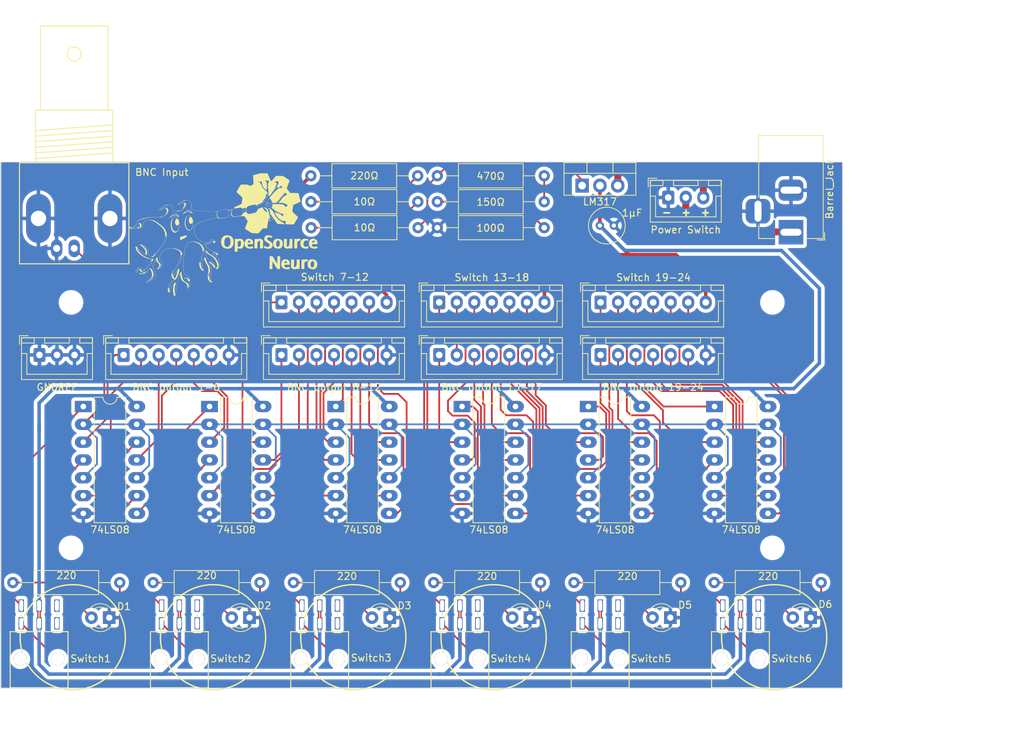
<source format=kicad_pcb>
(kicad_pcb (version 20221018) (generator pcbnew)
  (layers (0 "F.Cu" signal) (31 "B.Cu" signal) (34 "B.Paste" user) (35 "F.Paste" user) (36 "B.SilkS" user "B.Silkscreen") (37 "F.SilkS" user "F.Silkscreen") (38 "B.Mask" user) (39 "F.Mask" user) (44 "Edge.Cuts" user))
  (net 0 "")
  (net 1 "GNDREF")
  (net 2 "Net-(D1-A)")
  (net 3 "Net-(D2-A)")
  (net 4 "Net-(D3-A)")
  (net 5 "Net-(D4-A)")
  (net 6 "Net-(D5-A)")
  (net 7 "Net-(D6-A)")
  (net 8 "Blanking_In")
  (net 9 "Blanking_Out1")
  (net 10 "Blanking_Out2")
  (net 11 "Blanking_Out3")
  (net 12 "Blanking_Out4")
  (net 13 "Blanking_Out5")
  (net 14 "Blanking_Out6")
  (net 15 "Blanking_Out7")
  (net 16 "Blanking_Out8")
  (net 17 "Blanking_Out9")
  (net 18 "Blanking_Out10")
  (net 19 "Blanking_Out11")
  (net 20 "Blanking_Out12")
  (net 21 "On_7")
  (net 22 "On_8")
  (net 23 "On_9")
  (net 24 "On_10")
  (net 25 "On_11")
  (net 26 "On_12")
  (net 27 "5V")
  (net 28 "Blanking_Out13")
  (net 29 "Blanking_Out14")
  (net 30 "Blanking_Out15")
  (net 31 "Blanking_Out16")
  (net 32 "Blanking_Out17")
  (net 33 "Blanking_Out18")
  (net 34 "On_13")
  (net 35 "On_14")
  (net 36 "On_15")
  (net 37 "On_16")
  (net 38 "On_17")
  (net 39 "On_18")
  (net 40 "Blanking_Out19")
  (net 41 "Blanking_Out20")
  (net 42 "Blanking_Out21")
  (net 43 "Blanking_Out22")
  (net 44 "Blanking_Out23")
  (net 45 "Blanking_Out24")
  (net 46 "On_19")
  (net 47 "On_20")
  (net 48 "On_21")
  (net 49 "On_22")
  (net 50 "On_23")
  (net 51 "On_24")
  (net 52 "Net-(J1-Pin_2)")
  (net 53 "+12V")
  (net 54 "Net-(R1-Pad1)")
  (net 55 "Net-(R2-Pad1)")
  (net 56 "Net-(R3-Pad1)")
  (net 57 "Net-(R4-Pad1)")
  (net 58 "Net-(R5-Pad1)")
  (net 59 "Net-(R6-Pad1)")
  (net 60 "On_1")
  (net 61 "Net-(U7-ADJ)")
  (net 62 "Net-(R7-Pad2)")
  (net 63 "On_2")
  (net 64 "Net-(R10-Pad2)")
  (net 65 "Net-(R11-Pad2)")
  (net 66 "On_3")
  (net 67 "Net-(R10-Pad1)")
  (net 68 "On_4")
  (net 69 "On_5")
  (net 70 "On_6")
  (footprint "Resistor_THT:R_Axial_DIN0309_L9.0mm_D3.2mm_P15.24mm_Horizontal" (layer "F.Cu") (at 86.95 109.95 180)
    (fp_text reference "R2")
    (fp_text value "220")
  )
  (footprint "LED_THT:LED_D3.0mm" (layer "F.Cu") (at 85.45 114.95 180)
    (fp_text reference "D2")
    (fp_text value "LED")
  )
  (footprint "Package_DIP:DIP-14_W7.62mm_LongPads" (layer "F.Cu") (at 115.75 84.85)
    (fp_text reference "U4" hide)
    (fp_text value "74LS08")
  )
  (footprint "Resistor_THT:R_Axial_DIN0309_L9.0mm_D3.2mm_P15.24mm_Horizontal" (layer "F.Cu") (at 94.21 55.65)
    (fp_text reference "R10")
    (fp_text value "10Ω")
  )
  (footprint "Maxime:maxi_DPDT_Angled" (layer "F.Cu") (at 135.45 124.95)
    (fp_text reference "Switch5")
    (fp_text value "SW_Push_DPDT" hide)
  )
  (footprint "Package_TO_SOT_THT:TO-220-3_Vertical" (layer "F.Cu") (at 132.87 53.35)
    (fp_text reference "U7")
    (fp_text value "LM317")
  )
  (footprint "MountingHole:MountingHole_3mm" (layer "F.Cu") (at 60 70)
    (fp_text reference "H4")
    (fp_text value "MountingHole")
  )
  (footprint "LED_THT:LED_D3.0mm" (layer "F.Cu") (at 145.45 114.95 180)
    (fp_text reference "D5")
    (fp_text value "LED")
  )
  (footprint "Connector_JST:JST_XH_B3B-XH-A_1x03_P2.50mm_Vertical" (layer "F.Cu") (at 55.5 77.5)
    (fp_text reference "J11")
    (fp_text value "GNDREF")
  )
  (footprint "Resistor_THT:R_Axial_DIN0309_L9.0mm_D3.2mm_P15.24mm_Horizontal" (layer "F.Cu") (at 112.23 55.65)
    (fp_text reference "R9")
    (fp_text value "150Ω")
  )
  (footprint "LED_THT:LED_D3.0mm" (layer "F.Cu") (at 165.45 114.95 180)
    (fp_text reference "D6")
    (fp_text value "LED")
  )
  (footprint "Package_DIP:DIP-14_W7.62mm_LongPads" (layer "F.Cu") (at 133.75 84.85)
    (fp_text reference "U5" hide)
    (fp_text value "74LS08")
  )
  (footprint "Connector_JST:JST_XH_B3B-XH-A_1x03_P2.50mm_Vertical" (layer "F.Cu") (at 145.15 55.05)
    (fp_text reference "J1")
    (fp_text value "Power Switch")
  )
  (footprint "Package_DIP:DIP-14_W7.62mm_LongPads" (layer "F.Cu") (at 79.75 84.85)
    (fp_text reference "U2" hide)
    (fp_text value "74LS08")
  )
  (footprint "Maxime:BNC_Socket_TYCO-AMP_LargePads" (layer "F.Cu") (at 60.45 57.29979)
    (fp_text reference "J2" hide)
    (fp_text value "BNC Input")
  )
  (footprint "Connector_BarrelJack:BarrelJack_Horizontal" (layer "F.Cu") (at 162.65 60 -90)
    (fp_text reference "J10")
    (fp_text value "Barrel_Jack")
  )
  (footprint "Capacitor_THT:C_Radial_D5.0mm_H5.0mm_P2.00mm" (layer "F.Cu") (at 135.4 59.05)
    (fp_text reference "C1")
    (fp_text value "1μF")
  )
  (footprint "Maxime:maxi_DPDT_Angled" (layer "F.Cu") (at 75.45 124.95)
    (fp_text reference "Switch2")
    (fp_text value "SW_Push_DPDT" hide)
  )
  (footprint "MountingHole:MountingHole_3mm" (layer "F.Cu") (at 160 105 90)
    (fp_text reference "H2")
    (fp_text value "MountingHole")
  )
  (footprint "Maxime:maxi_DPDT_Angled" (layer "F.Cu") (at 115.45 124.95)
    (fp_text reference "Switch4")
    (fp_text value "SW_Push_DPDT" hide)
  )
  (footprint "Maxime:maxi_DPDT_Angled" (layer "F.Cu") (at 95.45 124.95)
    (fp_text reference "Switch3")
    (fp_text value "SW_Push_DPDT" hide)
  )
  (footprint "Connector_JST:JST_XH_B7B-XH-A_1x07_P2.50mm_Vertical" (layer "F.Cu") (at 112.5 77.5)
    (fp_text reference "J6")
    (fp_text value "BNC output 13-17")
  )
  (footprint "Resistor_THT:R_Axial_DIN0309_L9.0mm_D3.2mm_P15.24mm_Horizontal" (layer "F.Cu") (at 126.95 109.95 180)
    (fp_text reference "R4")
    (fp_text value "220")
  )
  (footprint "Package_DIP:DIP-14_W7.62mm_LongPads" (layer "F.Cu") (at 61.75 84.85)
    (fp_text reference "U1" hide)
    (fp_text value "74LS08")
  )
  (footprint "Resistor_THT:R_Axial_DIN0309_L9.0mm_D3.2mm_P15.24mm_Horizontal" (layer "F.Cu") (at 106.95 109.95 180)
    (fp_text reference "R3")
    (fp_text value "220")
  )
  (footprint "LED_THT:LED_D3.0mm" (layer "F.Cu") (at 65.45 114.95 180)
    (fp_text reference "D1")
    (fp_text value "LED")
  )
  (footprint "MountingHole:MountingHole_3mm" (layer "F.Cu") (at 160 70)
    (fp_text reference "H3")
    (fp_text value "MountingHole")
  )
  (footprint "Resistor_THT:R_Axial_DIN0309_L9.0mm_D3.2mm_P15.24mm_Horizontal" (layer "F.Cu") (at 146.95 109.95 180)
    (fp_text reference "R5")
    (fp_text value "220")
  )
  (footprint "Maxime:maxi_DPDT_Angled" (layer "F.Cu") (at 55.45 124.95)
    (fp_text reference "Switch1")
    (fp_text value "SW_Push_DPDT" hide)
  )
  (footprint "MountingHole:MountingHole_3mm" (layer "F.Cu") (at 60 105)
    (fp_text reference "H1")
    (fp_text value "MountingHole")
  )
  (footprint "Connector_JST:JST_XH_B7B-XH-A_1x07_P2.50mm_Vertical" (layer "F.Cu") (at 135.5 77.5)
    (fp_text reference "J8")
    (fp_text value "BNC output 19-24")
  )
  (footprint "Resistor_THT:R_Axial_DIN0309_L9.0mm_D3.2mm_P15.24mm_Horizontal" (layer "F.Cu") (at 94.19 51.95)
    (fp_text reference "R12")
    (fp_text value "220Ω")
  )
  (footprint "Connector_JST:JST_XH_B7B-XH-A_1x07_P2.50mm_Vertical" (layer "F.Cu") (at 112.5 70)
    (fp_text reference "J7")
    (fp_text value "Switch 13-18")
  )
  (footprint "Resistor_THT:R_Axial_DIN0309_L9.0mm_D3.2mm_P15.24mm_Horizontal" (layer "F.Cu") (at 112.23 51.95)
    (fp_text reference "R7")
    (fp_text value "470Ω")
  )
  (footprint "Connector_JST:JST_XH_B7B-XH-A_1x07_P2.50mm_Vertical" (layer "F.Cu") (at 135.5 70)
    (fp_text reference "J9")
    (fp_text value "Switch 19-24")
  )
  (footprint "Maxime:Spiky175h" (layer "F.Cu") (at 81.3 60.3)
    (fp_text reference "G***")
    (fp_text value "LOGO" hide)
  )
  (footprint "Connector_JST:JST_XH_B7B-XH-A_1x07_P2.50mm_Vertical" (layer "F.Cu") (at 67.5 77.5)
    (fp_text reference "J3")
    (fp_text value "BNC output 1-6")
  )
  (footprint "LED_THT:LED_D3.0mm" (layer "F.Cu") (at 125.45 114.95 180)
    (fp_text reference "D4")
    (fp_text value "LED")
  )
  (footprint "Resistor_THT:R_Axial_DIN0309_L9.0mm_D3.2mm_P15.24mm_Horizontal" (layer "F.Cu") (at 166.95 109.95 180)
    (fp_text reference "R6")
    (fp_text value "220")
  )
  (footprint "Resistor_THT:R_Axial_DIN0309_L9.0mm_D3.2mm_P15.24mm_Horizontal" (layer "F.Cu") (at 94.23 59.35)
    (fp_text reference "R8")
    (fp_text value "10Ω")
  )
  (footprint "Package_DIP:DIP-14_W7.62mm_LongPads" (layer "F.Cu") (at 151.75 84.85)
    (fp_text reference "U6")
    (fp_text value "74LS08")
  )
  (footprint "Maxime:maxi_DPDT_Angled" (layer "F.Cu") (at 155.45 124.95)
    (fp_text reference "Switch6")
    (fp_text value "SW_Push_DPDT" hide)
  )
  (footprint "LED_THT:LED_D3.0mm" (layer "F.Cu") (at 105.45 114.95 180)
    (fp_text reference "D3")
    (fp_text value "LED")
  )
  (footprint "Connector_JST:JST_XH_B7B-XH-A_1x07_P2.50mm_Vertical" (layer "F.Cu") (at 90 77.5)
    (fp_text reference "J4")
    (fp_text value "BNC output 8-12")
  )
  (footprint "Resistor_THT:R_Axial_DIN0309_L9.0mm_D3.2mm_P15.24mm_Horizontal" (layer "F.Cu") (at 112.23 59.35)
    (fp_text reference "R11")
    (fp_text value "100Ω")
  )
  (footprint "Package_DIP:DIP-14_W7.62mm_LongPads" (layer "F.Cu") (at 97.75 84.85)
    (fp_text reference "U3" hide)
    (fp_text value "74LS08")
  )
  (footprint "Connector_JST:JST_XH_B7B-XH-A_1x07_P2.50mm_Vertical" (layer "F.Cu") (at 90 70)
    (fp_text reference "J5")
    (fp_text value "Switch 7-12")
  )
  (footprint "Resistor_THT:R_Axial_DIN0309_L9.0mm_D3.2mm_P15.24mm_Horizontal" (layer "F.Cu") (at 66.95 109.95 180)
    (fp_text reference "R1")
    (fp_text value "220")
  )
  (gr_circle (center 100.25 117.75) (end 107.75 117.75) (stroke (width 0.2)) (fill none) (layer "F.SilkS"))
  (gr_circle (center 80.25 117.75) (end 87.75 117.75) (stroke (width 0.2)) (fill none) (layer "F.SilkS"))
  (gr_circle (center 160.25 117.75) (end 167.75 117.75) (stroke (width 0.2)) (fill none) (layer "F.SilkS"))
  (gr_circle (center 120.25 117.75) (end 127.75 117.75) (stroke (width 0.2)) (fill none) (layer "F.SilkS"))
  (gr_circle (center 60.25 117.75) (end 67.75 117.75) (stroke (width 0.2)) (fill none) (layer "F.SilkS"))
  (gr_rect (start 50 50) (end 170 125) (stroke (width 0.1)) (fill none) (layer "Edge.Cuts"))
  (gr_text "-  +  +" (at 144.15 57.75) (layer "F.SilkS") (effects (font (size 1 1) (thickness 0.25) bold) (justify left bottom)))
  (segment (start 62.91 114.95) (end 57.91 109.95) (width 0.25) (layer "F.Cu") (net 2))
  (segment (start 57.91 109.95) (end 51.71 109.95) (width 0.25) (layer "F.Cu") (net 2))
  (segment (start 71.71 109.95) (end 77.91 109.95) (width 0.25) (layer "F.Cu") (net 3))
  (segment (start 77.91 109.95) (end 82.91 114.95) (width 0.25) (layer "F.Cu") (net 3))
  (segment (start 91.71 109.95) (end 97.91 109.95) (width 0.25) (layer "F.Cu") (net 4))
  (segment (start 97.91 109.95) (end 102.91 114.95) (width 0.25) (layer "F.Cu") (net 4))
  (segment (start 111.71 109.95) (end 117.91 109.95) (width 0.25) (layer "F.Cu") (net 5))
  (segment (start 117.91 109.95) (end 122.91 114.95) (width 0.25) (layer "F.Cu") (net 5))
  (segment (start 131.71 109.95) (end 137.91 109.95) (width 0.25) (layer "F.Cu") (net 6))
  (segment (start 137.91 109.95) (end 142.91 114.95) (width 0.25) (layer "F.Cu") (net 6))
  (segment (start 157.91 109.95) (end 162.91 114.95) (width 0.25) (layer "F.Cu") (net 7))
  (segment (start 151.71 109.95) (end 157.91 109.95) (width 0.25) (layer "F.Cu") (net 7))
  (segment (start 64.75 84.39) (end 64.75 66.60105) (width 0.25) (layer "F.Cu") (net 8))
  (segment (start 64.75 66.60105) (end 60.45 62.30105) (width 0.25) (layer "F.Cu") (net 8))
  (segment (start 61.75 87.39) (end 64.75 84.39) (width 0.25) (layer "F.Cu") (net 8))
  (segment (start 143.2 89.22) (end 143.2 93.18) (width 0.25) (layer "B.Cu") (net 8))
  (segment (start 133.75 87.39) (end 141.37 87.39) (width 0.25) (layer "B.Cu") (net 8))
  (segment (start 99.7 93.06) (end 97.75 95.01) (width 0.25) (layer "B.Cu") (net 8))
  (segment (start 161.2 89.22) (end 161.2 93.18) (width 0.25) (layer "B.Cu") (net 8))
  (segment (start 151.75 87.39) (end 153.65 89.29) (width 0.25) (layer "B.Cu") (net 8))
  (segment (start 115.75 95.01) (end 115.808 95.01) (width 0.5) (layer "B.Cu") (net 8))
  (segment (start 143.2 93.18) (end 141.37 95.01) (width 0.25) (layer "B.Cu") (net 8))
  (segment (start 135.6 93.16) (end 133.75 95.01) (width 0.25) (layer "B.Cu") (net 8))
  (segment (start 61.75 95.01) (end 62.292 95.01) (width 0.5) (layer "B.Cu") (net 8))
  (segment (start 123.37 87.39) (end 125.2 89.22) (width 0.25) (layer "B.Cu") (net 8))
  (segment (start 123.37 87.39) (end 133.75 87.39) (width 0.25) (layer "B.Cu") (net 8))
  (segment (start 63.7 93.06) (end 61.75 95.01) (width 0.25) (layer "B.Cu") (net 8))
  (segment (start 87.37 87.39) (end 97.75 87.39) (width 0.25) (layer "B.Cu") (net 8))
  (segment (start 135.6 89.24) (end 135.6 93.16) (width 0.25) (layer "B.Cu") (net 8))
  (segment (start 115.124 87.39) (end 116.75 87.39) (width 0.5) (layer "B.Cu") (net 8))
  (segment (start 117.7 93.06) (end 115.75 95.01) (width 0.25) (layer "B.Cu") (net 8))
  (segment (start 117.7 89.34) (end 117.7 93.06) (width 0.25) (layer "B.Cu") (net 8))
  (segment (start 99.7 89.34) (end 99.7 93.06) (width 0.25) (layer "B.Cu") (net 8))
  (segment (start 125.2 93.18) (end 123.37 95.01) (width 0.25) (layer "B.Cu") (net 8))
  (segment (start 153.65 89.29) (end 153.65 93.11) (width 0.25) (layer "B.Cu") (net 8))
  (segment (start 97.75 87.39) (end 99.7 89.34) (width 0.25) (layer "B.Cu") (net 8))
  (segment (start 141.37 87.39) (end 143.2 89.22) (width 0.25) (layer "B.Cu") (net 8))
  (segment (start 89.2 89.22) (end 89.2 93.18) (width 0.25) (layer "B.Cu") (net 8))
  (segment (start 107.15 89.17) (end 107.15 93.23) (width 0.25) (layer "B.Cu") (net 8))
  (segment (start 107.15 93.23) (end 105.37 95.01) (width 0.25) (layer "B.Cu") (net 8))
  (segment (start 79.75 87.39) (end 87.37 87.39) (width 0.25) (layer "B.Cu") (net 8))
  (segment (start 71.15 89.17) (end 71.15 93.23) (width 0.25) (layer "B.Cu") (net 8))
  (segment (start 161.2 93.18) (end 159.37 95.01) (width 0.25) (layer "B.Cu") (net 8))
  (segment (start 105.37 87.39) (end 107.15 89.17) (width 0.25) (layer "B.Cu") (net 8))
  (segment (start 69.37 87.39) (end 79.75 87.39) (width 0.25) (layer "B.Cu") (net 8))
  (segment (start 69.37 87.39) (end 71.15 89.17) (width 0.25) (layer "B.Cu") (net 8))
  (segment (start 71.15 93.23) (end 69.37 95.01) (width 0.25) (layer "B.Cu") (net 8))
  (segment (start 61.75 87.39) (end 69.37 87.39) (width 0.25) (layer "B.Cu") (net 8))
  (segment (start 63.7 89.34) (end 63.7 93.06) (width 0.25) (layer "B.Cu") (net 8))
  (segment (start 81.6 89.24) (end 81.6 93.16) (width 0.25) (layer "B.Cu") (net 8))
  (segment (start 79.75 87.39) (end 81.6 89.24) (width 0.25) (layer "B.Cu") (net 8))
  (segment (start 104.37 95.01) (end 105.922 95.01) (width 0.5) (layer "B.Cu") (net 8))
  (segment (start 79.75 95.01) (end 79.818 95.01) (width 0.5) (layer "B.Cu") (net 8))
  (segment (start 115.75 87.39) (end 123.37 87.39) (width 0.25) (layer "B.Cu") (net 8))
  (segment (start 104.37 87.39) (end 105.668 87.39) (width 0.5) (layer "B.Cu") (net 8))
  (segment (start 81.6 93.16) (end 79.75 95.01) (width 0.25) (layer "B.Cu") (net 8))
  (segment (start 141.37 87.39) (end 151.75 87.39) (width 0.25) (layer "B.Cu") (net 8))
  (segment (start 115.75 87.39) (end 117.7 89.34) (width 0.25) (layer "B.Cu") (net 8))
  (segment (start 125.2 89.22) (end 125.2 93.18) (width 0.25) (layer "B.Cu") (net 8))
  (segment (start 105.37 87.39) (end 115.75 87.39) (width 0.25) (layer "B.Cu") (net 8))
  (segment (start 87.37 87.39) (end 89.2 89.22) (width 0.25) (layer "B.Cu") (net 8))
  (segment (start 97.75 87.39) (end 105.37 87.39) (width 0.25) (layer "B.Cu") (net 8))
  (segment (start 159.37 87.39) (end 161.2 89.22) (width 0.25) (layer "B.Cu") (net 8))
  (segment (start 89.2 93.18) (end 87.37 95.01) (width 0.25) (layer "B.Cu") (net 8))
  (segment (start 116.75 95.01) (end 115.32 95.01) (width 0.5) (layer "B.Cu") (net 8))
  (segment (start 133.75 87.39) (end 135.6 89.24) (width 0.25) (layer "B.Cu") (net 8))
  (segment (start 61.75 87.39) (end 63.7 89.34) (width 0.25) (layer "B.Cu") (net 8))
  (segment (start 151.75 87.39) (end 159.37 87.39) (width 0.25) (layer "B.Cu") (net 8))
  (segment (start 153.65 93.11) (end 151.75 95.01) (width 0.25) (layer "B.Cu") (net 8))
  (segment (start 65.215 80.75) (end 65.215 78.585) (width 0.25) (layer "F.Cu") (net 9))
  (segment (start 65.215 78.585) (end 66.3 77.5) (width 0.25) (layer "F.Cu") (net 9))
  (segment (start 65.2 79.8) (end 65.215 79.815) (width 0.25) (layer "F.Cu") (net 9))
  (segment (start 65.215 80.75) (end 65.215 86.465) (width 0.25) (layer "F.Cu") (net 9))
  (segment (start 61.75 89.93) (end 65.215 86.465) (width 0.25) (layer "F.Cu") (net 9))
  (segment (start 65.215 79.815) (end 65.215 80.75) (width 0.25) (layer "F.Cu") (net 9))
  (segment (start 66.3 77.5) (end 67.5 77.5) (width 0.25) (layer "F.Cu") (net 9))
  (segment (start 70 78.85) (end 65.665 83.185) (width 0.25) (layer "F.Cu") (net 10))
  (segment (start 70 77.5) (end 70 78.85) (width 0.25) (layer "F.Cu") (net 10))
  (segment (start 65.665 83.185) (end 65.665 96.185) (width 0.25) (layer "F.Cu") (net 10))
  (segment (start 65.665 96.185) (end 64.3 97.55) (width 0.25) (layer "F.Cu") (net 10))
  (segment (start 64.3 97.55) (end 61.75 97.55) (width 0.25) (layer "F.Cu") (net 10))
  (segment (start 72.5 89.34) (end 69.37 92.47) (width 0.25) (layer "F.Cu") (net 11))
  (segment (start 72.5 77.5) (end 72.5 89.34) (width 0.25) (layer "F.Cu") (net 11))
  (segment (start 72.95 83.3) (end 72.95 96.51) (width 0.25) (layer "F.Cu") (net 12))
  (segment (start 75 81.25) (end 72.95 83.3) (width 0.25) (layer "F.Cu") (net 12))
  (segment (start 75 77.5) (end 75 81.25) (width 0.25) (layer "F.Cu") (net 12))
  (segment (start 72.95 96.51) (end 69.37 100.09) (width 0.25) (layer "F.Cu") (net 12))
  (segment (start 78.65 82.65) (end 80.85 82.65) (width 0.25) (layer "F.Cu") (net 13))
  (segment (start 81.85 83.65) (end 81.85 87.83) (width 0.25) (layer "F.Cu") (net 13))
  (segment (start 80.85 82.65) (end 81.85 83.65) (width 0.25) (layer "F.Cu") (net 13))
  (segment (start 77.5 77.5) (end 77.5 81.5) (width 0.25) (layer "F.Cu") (net 13))
  (segment (start 77.5 81.5) (end 78.65 82.65) (width 0.25) (layer "F.Cu") (net 13))
  (segment (start 81.85 87.83) (end 79.75 89.93) (width 0.25) (layer "F.Cu") (net 13))
  (segment (start 82.3 83.463604) (end 82.3 95) (width 0.25) (layer "F.Cu") (net 14))
  (segment (start 82.3 95) (end 79.75 97.55) (width 0.25) (layer "F.Cu") (net 14))
  (segment (start 80 81.163604) (end 82.3 83.463604) (width 0.25) (layer "F.Cu") (net 14))
  (segment (start 80 77.5) (end 80 81.163604) (width 0.25) (layer "F.Cu") (net 14))
  (segment (start 90 77.5) (end 90 91.4) (width 0.25) (layer "F.Cu") (net 15))
  (segment (start 90 91.4) (end 88.93 92.47) (width 0.25) (layer "F.Cu") (net 15))
  (segment (start 88.93 92.47) (end 87.37 92.47) (width 0.25) (layer "F.Cu") (net 15))
  (segment (start 85.85 93.75) (end 85.2 94.4) (width 0.25) (layer "F.Cu") (net 16))
  (segment (start 85.2 99.5) (end 85.79 100.09) (width 0.25) (layer "F.Cu") (net 16))
  (segment (start 85.79 100.09) (end 87.37 100.09) (width 0.25) (layer "F.Cu") (net 16))
  (segment (start 85.2 94.4) (end 85.2 99.5) (width 0.25) (layer "F.Cu") (net 16))
  (segment (start 92.5 89.536396) (end 88.286396 93.75) (width 0.25) (layer "F.Cu") (net 16))
  (segment (start 92.5 77.5) (end 92.5 89.536396) (width 0.25) (layer "F.Cu") (net 16))
  (segment (start 88.286396 93.75) (end 85.85 93.75) (width 0.25) (layer "F.Cu") (net 16))
  (segment (start 95.9 97.55) (end 97.75 97.55) (width 0.25) (layer "F.Cu") (net 17))
  (segment (start 95 96.65) (end 95.9 97.55) (width 0.25) (layer "F.Cu") (net 17))
  (segment (start 95 77.5) (end 95 96.65) (width 0.25) (layer "F.Cu") (net 17))
  (segment (start 96 89.25) (end 96.68 89.93) (width 0.25) (layer "F.Cu") (net 18))
  (segment (start 97.5 77.5) (end 97.5 81.436396) (width 0.25) (layer "F.Cu") (net 18))
  (segment (start 96.68 89.93) (end 97.75 89.93) (width 0.25) (layer "F.Cu") (net 18))
  (segment (start 97.5 81.436396) (end 96 82.936396) (width 0.25) (layer "F.Cu") (net 18))
  (segment (start 96 82.936396) (end 96 89.25) (width 0.25) (layer "F.Cu") (net 18))
  (segment (start 100.87 92.47) (end 100 91.6) (width 0.25) (layer "F.Cu") (net 19))
  (segment (start 105.37 92.47) (end 100.87 92.47) (width 0.25) (layer "F.Cu") (net 19))
  (segment (start 100 91.6) (end 100 77.5) (width 0.25) (layer "F.Cu") (net 19))
  (segment (start 107.4 99.2) (end 107.4 89.3) (width 0.25) (layer "F.Cu") (net 20))
  (segment (start 106.51 100.09) (end 107.4 99.2) (width 0.25) (layer "F.Cu") (net 20))
  (segment (start 107.4 89.3) (end 106.75 88.65) (width 0.25) (layer "F.Cu") (net 20))
  (segment (start 102.5 87.5) (end 102.5 77.5) (width 0.25) (layer "F.Cu") (net 20))
  (segment (start 105.37 100.09) (end 106.51 100.09) (width 0.25) (layer "F.Cu") (net 20))
  (segment (start 103.65 88.65) (end 102.5 87.5) (width 0.25) (layer "F.Cu") (net 20))
  (segment (start 106.75 88.65) (end 103.65 88.65) (width 0.25) (layer "F.Cu") (net 20))
  (segment (start 87.05 70) (end 84.45 72.6) (width 0.25) (layer "F.Cu") (net 21))
  (segment (start 84.45 89.03) (end 84.45 75.7) (width 0.25) (layer "F.Cu") (net 21))
  (segment (start 84.45 75.7) (end 84.45 74.85) (width 0.25) (layer "F.Cu") (net 21))
  (segment (start 85.35 89.93) (end 87.37 89.93) (width 0.25) (layer "F.Cu") (net 21))
  (segment (start 90 70) (end 87.05 70) (width 0.25) (layer "F.Cu") (net 21))
  (segment (start 84.45 72.6) (end 84.45 75.7) (width 0.25) (layer "F.Cu") (net 21))
  (segment (start 85.35 89.93) (end 84.45 89.03) (width 0.25) (layer "F.Cu") (net 21))
  (segment (start 93.75 93.1) (end 93.75 76.3) (width 0.25) (layer "F.Cu") (net 22))
  (segment (start 92.5 75.05) (end 92.5 70) (width 0.25) (layer "F.Cu") (net 22))
  (segment (start 87.37 97.55) (end 89.3 97.55) (width 0.25) (layer "F.Cu") (net 22))
  (segment (start 89.3 97.55) (end 93.75 93.1) (width 0.25) (layer "F.Cu") (net 22))
  (segment (start 93.75 76.3) (end 92.5 75.05) (width 0.25) (layer "F.Cu") (net 22))
  (segment (start 96.225 76.225) (end 95 75) (width 0.25) (layer "F.Cu") (net 23))
  (segment (start 97.75 92.47) (end 96.2 92.47) (width 0.25) (layer "F.Cu") (net 23))
  (segment (start 96.2 92.47) (end 95.55 91.82) (width 0.25) (layer "F.Cu") (net 23))
  (segment (start 95.55 91.82) (end 95.55 82.75) (width 0.25) (layer "F.Cu") (net 23))
  (segment (start 95 75) (end 95 70) (width 0.25) (layer "F.Cu") (net 23))
  (segment (start 96.225 82.075) (end 96.225 76.225) (width 0.25) (layer "F.Cu") (net 23))
  (segment (start 95.55 82.75) (end 96.225 82.075) (width 0.25) (layer "F.Cu") (net 23))
  (segment (start 97.5 75.05) (end 97.5 70) (width 0.25) (layer "F.Cu") (net 24))
  (segment (start 97.75 84.85) (end 98.75 83.85) (width 0.25) (layer "F.Cu") (net 24))
  (segment (start 98.75 83.85) (end 98.75 76.3) (width 0.25) (layer "F.Cu") (net 24))
  (segment (start 98.75 76.3) (end 97.5 75.05) (width 0.25) (layer "F.Cu") (net 24))
  (segment (start 100 71.804142) (end 101.25 73.054142) (width 0.25) (layer "F.Cu") (net 25))
  (segment (start 101.25 89) (end 102.18 89.93) (width 0.25) (layer "F.Cu") (net 25))
  (segment (start 100 70) (end 100 71.804142) (width 0.25) (layer "F.Cu") (net 25))
  (segment (start 102.18 89.93) (end 105.37 89.93) (width 0.25) (layer "F.Cu") (net 25))
  (segment (start 101.25 73.054142) (end 101.25 89) (width 0.25) (layer "F.Cu") (net 25))
  (segment (start 103.8 97.55) (end 105.37 97.55) (width 0.25) (layer "F.Cu") (net 26))
  (segment (start 107.85 84.25) (end 107.85 101.1) (width 0.25) (layer "F.Cu") (net 26))
  (segment (start 103.75 73.054142) (end 103.75 82.2) (width 0.25) (layer "F.Cu") (net 26))
  (segment (start 102.5 71.804142) (end 103.75 73.054142) (width 0.25) (layer "F.Cu") (net 26))
  (segment (start 102.5 70) (end 102.5 71.804142) (width 0.25) (layer "F.Cu") (net 26))
  (segment (start 107.85 101.1) (end 106.65 102.3) (width 0.25) (layer "F.Cu") (net 26))
  (segment (start 106.65 83.05) (end 107.85 84.25) (width 0.25) (layer "F.Cu") (net 26))
  (segment (start 102.65 98.7) (end 103.8 97.55) (width 0.25) (layer "F.Cu") (net 26))
  (segment (start 103.7 102.3) (end 102.65 101.25) (width 0.25) (layer "F.Cu") (net 26))
  (segment (start 106.65 102.3) (end 103.7 102.3) (width 0.25) (layer "F.Cu") (net 26))
  (segment (start 104.6 83.05) (end 106.65 83.05) (width 0.25) (layer "F.Cu") (net 26))
  (segment (start 103.75 82.2) (end 104.6 83.05) (width 0.25) (layer "F.Cu") (net 26))
  (segment (start 102.65 101.25) (end 102.65 98.7) (width 0.25) (layer "F.Cu") (net 26))
  (segment (start 155.45 113.23) (end 155.45 115.77) (width 0.5) (layer "F.Cu") (net 27))
  (segment (start 127.5 67.6) (end 123.15 63.25) (width 0.5) (layer "F.Cu") (net 27))
  (segment (start 113.8 63.2) (end 97.5 63.2) (width 0.5) (layer "F.Cu") (net 27))
  (segment (start 105 68.95) (end 105 70) (width 0.5) (layer "F.Cu") (net 27))
  (segment (start 123.15 63.25) (end 123.15 63.2) (width 0.5) (layer "F.Cu") (net 27))
  (segment (start 146.25 63.2) (end 150.5 67.45) (width 0.5) (layer "F.Cu") (net 27))
  (segment (start 121.75 63.2) (end 113.8 63.2) (width 0.5) (layer "F.Cu") (net 27))
  (segment (start 139.55 63.2) (end 140.5 63.2) (width 0.5) (layer "F.Cu") (net 27))
  (segment (start 127.5 70) (end 127.5 67.6) (width 0.5) (layer "F.Cu") (net 27))
  (segment (start 135.41 53.35) (end 135.41 59.04) (width 0.5) (layer "F.Cu") (net 27))
  (segment (start 150.5 67.45) (end 150.5 70) (width 0.5) (layer "F.Cu") (net 27))
  (segment (start 135.41 59.04) (end 135.4 59.05) (width 0.25) (layer "F.Cu") (net 27))
  (segment (start 123.15 63.2) (end 121.75 63.2) (width 0.5) (layer "F.Cu") (net 27))
  (segment (start 91.95 54.19) (end 94.19 51.95) (width 0.5) (layer "F.Cu") (net 27))
  (segment (start 140.5 63.2) (end 133.05 63.2) (width 0.5) (layer "F.Cu") (net 27))
  (segment (start 115.45 113.23) (end 115.45 115.77) (width 0.5) (layer "F.Cu") (net 27))
  (segment (start 133.05 63.2) (end 123.15 63.2) (width 0.5) (layer "F.Cu") (net 27))
  (segment (start 135.4 59.05) (end 139.55 63.2) (width 0.5) (layer "F.Cu") (net 27))
  (segment (start 99.25 63.2) (end 105 68.95) (width 0.5) (layer "F.Cu") (net 27))
  (segment (start 91.95 60.7) (end 91.95 54.19) (width 0.5) (layer "F.Cu") (net 27))
  (segment (start 113.8 63.2) (end 110.75 63.2) (width 0.5) (layer "F.Cu") (net 27))
  (segment (start 135.45 113.23) (end 135.45 115.77) (width 0.5) (layer "F.Cu") (net 27))
  (segment (start 97.5 63.2) (end 94.45 63.2) (width 0.5) (layer "F.Cu") (net 27))
  (segment (start 94.45 63.2) (end 91.95 60.7) (width 0.5) (layer "F.Cu") (net 27))
  (segment (start 140.5 63.2) (end 146.25 63.2) (width 0.5) (layer "F.Cu") (net 27))
  (segment (start 127.5 68.95) (end 127.5 70) (width 0.5) (layer "F.Cu") (net 27))
  (segment (start 97.5 63.2) (end 99.25 63.2) (width 0.5) (layer "F.Cu") (net 27))
  (segment (start 55.45 113.23) (end 55.45 115.77) (width 0.5) (layer "F.Cu") (net 27))
  (segment (start 95.45 113.23) (end 95.45 115.77) (width 0.5) (layer "F.Cu") (net 27))
  (segment (start 75.45 113.23) (end 75.45 115.77) (width 0.5) (layer "F.Cu") (net 27))
  (segment (start 83.95 82.3) (end 101.95 82.3) (width 0.5) (layer "B.Cu") (net 27))
  (segment (start 135.45 115.77) (end 135.45 120.165254) (width 0.5) (layer "B.Cu") (net 27))
  (segment (start 113.35 123) (end 112.35 123) (width 0.5) (layer "B.Cu") (net 27))
  (segment (start 56.85 123) (end 55.45 121.6) (width 0.5) (layer "B.Cu") (net 27))
  (segment (start 66.82 82.3) (end 66.35 82.3) (width 0.5) (layer "B.Cu") (net 27))
  (segment (start 72.6 123) (end 56.85 123) (width 0.5) (layer "B.Cu") (net 27))
  (segment (start 95.45 115.77) (end 95.45 120.8) (width 0.5) (layer "B.Cu") (net 27))
  (segment (start 55.45 113.23) (end 55.45 88.45) (width 0.5) (layer "B.Cu") (net 27))
  (segment (start 123.37 84.85) (end 120.82 82.3) (width 0.5) (layer "B.Cu") (net 27))
  (segment (start 66.35 82.3) (end 83.95 82.3) (width 0.5) (layer "B.Cu") (net 27))
  (segment (start 163.8 81.55) (end 166.7 78.65) (width 0.5) (layer "B.Cu") (net 27))
  (segment (start 95.45 120.8) (end 93.25 123) (width 0.5) (layer "B.Cu") (net 27))
  (segment (start 132.615254 123) (end 132.6 123) (width 0.5) (layer "B.Cu") (net 27))
  (segment (start 138.82 82.3) (end 137.75 82.3) (width 0.5) (layer "B.Cu") (net 27))
  (segment (start 61.1 82.3) (end 66.35 82.3) (width 0.5) (layer "B.Cu") (net 27))
  (segment (start 155.3 82.3) (end 163.05 82.3) (width 0.5) (layer "B.Cu") (net 27))
  (segment (start 115.45 115.77) (end 115.45 120.165254) (width 0.5) (layer "B.Cu") (net 27))
  (segment (start 55.45 121.6) (end 55.45 115.77) (width 0.5) (layer "B.Cu") (net 27))
  (segment (start 115.45 120.9) (end 113.35 123) (width 0.5) (layer "B.Cu") (net 27))
  (segment (start 87.37 84.85) (end 84.82 82.3) (width 0.5) (layer "B.Cu") (net 27))
  (segment (start 67.72 83.2) (end 69.37 84.85) (width 0.5) (layer "B.Cu") (net 27))
  (segment (start 161.3 62.6) (end 138.95 62.6) (width 0.5) (layer "B.Cu") (net 27))
  (segment (start 155.45 115.77) (end 155.45 120.85) (width 0.5) (layer "B.Cu") (net 27))
  (segment (start 135.45 115.77) (end 135.45 121.1) (width 0.5) (layer "B.Cu") (net 27))
  (segment (start 157.72 83.2) (end 158.36 83.84) (width 0.5) (layer "B.Cu") (net 27))
  (segment (start 93.25 123) (end 72.6 123) (width 0.5) (layer "B.Cu") (net 27))
  (segment (start 55.45 88.45) (end 55.45 87.2) (width 0.5) (layer "B.Cu") (net 27))
  (segment (start 112.615254 123) (end 112.35 123) (width 0.5) (layer "B.Cu") (net 27))
  (segment (start 119.9 82.3) (end 137.75 82.3) (width 0.5) (layer "B.Cu") (net 27))
  (segment (start 60.35 82.3) (end 61.1 82.3) (width 0.5) (layer "B.Cu") (net 27))
  (segment (start 55.45 84.35) (end 57.5 82.3) (width 0.5) (layer "B.Cu") (net 27))
  (segment (start 105.37 84.85) (end 102.82 82.3) (width 0.5) (layer "B.Cu") (net 27))
  (segment (start 121.72 83.2) (end 123.37 84.85) (width 0.5) (layer "B.Cu") (net 27))
  (segment (start 132.6 123) (end 113.35 123) (width 0.5) (layer "B.Cu") (net 27))
  (segment (start 115.45 115.77) (end 115.45 120.9) (width 0.5) (layer "B.Cu") (net 27))
  (segment (start 69.37 84.85) (end 66.82 82.3) (width 0.5) (layer "B.Cu") (net 27))
  (segment (start 120.82 82.3) (end 119.9 82.3) (width 0.5) (layer "B.Cu") (net 27))
  (segment (start 75.45 115.77) (end 75.45 120.7) (width 0.5) (layer "B.Cu") (net 27))
  (segment (start 85.72 83.2) (end 87.37 84.85) (width 0.5) (layer "B.Cu") (net 27))
  (segment (start 158.36 83.84) (end 156.82 82.3) (width 0.5) (layer "B.Cu") (net 27))
  (segment (start 137.75 82.3) (end 155.3 82.3) (width 0.5) (layer "B.Cu") (net 27))
  (segment (start 155.45 120.85) (end 153.3 123) (width 0.5) (layer "B.Cu") (net 27))
  (segment (start 163.05 82.3) (end 163.8 81.55) (width 0.5) (layer "B.Cu") (net 27))
  (segment (start 101.95 82.3) (end 119.9 82.3) (width 0.5) (layer "B.Cu") (net 27))
  (segment (start 75.45 120.7) (end 73.15 123) (width 0.5) (layer "B.Cu") (net 27))
  (segment (start 55.45 88.45) (end 55.45 84.35) (width 0.5) (layer "B.Cu") (net 27))
  (segment (start 138.95 62.6) (end 135.4 59.05) (width 0.5) (layer "B.Cu") (net 27))
  (segment (start 84.82 82.3) (end 83.95 82.3) (width 0.5) (layer "B.Cu") (net 27))
  (segment (start 166.7 68) (end 161.3 62.6) (width 0.5) (layer "B.Cu") (net 27))
  (segment (start 158.36 83.84) (end 159.37 84.85) (width 0.5) (layer "B.Cu") (net 27))
  (segment (start 153.3 123) (end 133.55 123) (width 0.5) (layer "B.Cu") (net 27))
  (segment (start 103.72 83.2) (end 105.37 84.85) (width 0.5) (layer "B.Cu") (net 27))
  (segment (start 156.82 82.3) (end 155.3 82.3) (width 0.5) (layer "B.Cu") (net 27))
  (segment (start 102.82 82.3) (end 101.95 82.3) (width 0.5) (layer "B.Cu") (net 27))
  (segment (start 73.15 123) (end 72.6 123) (width 0.5) (layer "B.Cu") (net 27))
  (segment (start 139.72 83.2) (end 141.37 84.85) (width 0.5) (layer "B.Cu") (net 27))
  (segment (start 135.45 121.1) (end 133.55 123) (width 0.5) (layer "B.Cu") (net 27))
  (segment (start 57.5 82.3) (end 61.1 82.3) (width 0.5) (layer "B.Cu") (net 27))
  (segment (start 141.37 84.85) (end 138.82 82.3) (width 0.5) (layer "B.Cu") (net 27))
  (segment (start 112.35 123) (end 93.25 123) (width 0.5) (layer "B.Cu") (net 27))
  (segment (start 166.7 78.65) (end 166.7 68) (width 0.5) (layer "B.Cu") (net 27))
  (segment (start 133.55 123) (end 132.6 123) (width 0.5) (layer "B.Cu") (net 27))
  (segment (start 112.5 88.8) (end 112.5 77.5) (width 0.25) (layer "F.Cu") (net 28))
  (segment (start 115.75 89.93) (end 113.63 89.93) (width 0.25) (layer "F.Cu") (net 28))
  (segment (start 113.63 89.93) (end 112.5 88.8) (width 0.25) (layer "F.Cu") (net 28))
  (segment (start 110.8 96.35) (end 110.8 79.15) (width 0.25) (layer "F.Cu") (net 29))
  (segment (start 115.75 97.55) (end 112 97.55) (width 0.25) (layer "F.Cu") (net 29))
  (segment (start 110.8 76.45) (end 111.95 75.3) (width 0.25) (layer "F.Cu") (net 29))
  (segment (start 115 75.85) (end 115 77.5) (width 0.25) (layer "F.Cu") (net 29))
  (segment (start 111.95 75.3) (end 114.45 75.3) (width 0.25) (layer "F.Cu") (net 29))
  (segment (start 114.45 75.3) (end 115 75.85) (width 0.25) (layer "F.Cu") (net 29))
  (segment (start 110.8 79.15) (end 110.8 78.2) (width 0.25) (layer "F.Cu") (net 29))
  (segment (start 110.8 79.15) (end 110.8 76.45) (width 0.25) (layer "F.Cu") (net 29))
  (segment (start 112 97.55) (end 110.8 96.35) (width 0.25) (layer "F.Cu") (net 29))
  (segment (start 118.45 84.85) (end 118.45 91.1) (width 0.25) (layer "F.Cu") (net 30))
  (segment (start 117.5 77.5) (end 117.5 83.9) (width 0.25) (layer "F.Cu") (net 30))
  (segment (start 118.45 91.1) (end 119.82 92.47) (width 0.25) (layer "F.Cu") (net 30))
  (segment (start 119.82 92.47) (end 123.37 92.47) (width 0.25) (layer "F.Cu") (net 30))
  (segment (start 117.5 83.9) (end 118.45 84.85) (width 0.25) (layer "F.Cu") (net 30))
  (segment (start 124.8 88.65) (end 125.45 89.3) (width 0.25) (layer "F.Cu") (net 31))
  (segment (start 121.25 88.65) (end 124.8 88.65) (width 0.25) (layer "F.Cu") (net 31))
  (segment (start 120 77.5) (end 120 87.4) (width 0.25) (layer "F.Cu") (net 31))
  (segment (start 120 87.4) (end 121.25 88.65) (width 0.25) (layer "F.Cu") (net 31))
  (segment (start 125.45 99.7) (end 125.06 100.09) (width 0.25) (layer "F.Cu") (net 31))
  (segment (start 125.06 100.09) (end 123.37 100.09) (width 0.25) (layer "F.Cu") (net 31))
  (segment (start 125.45 89.3) (end 125.45 99.7) (width 0.25) (layer "F.Cu") (net 31))
  (segment (start 127.25 84.877208) (end 127.25 88.8) (width 0.25) (layer "F.Cu") (net 32))
  (segment (start 128.42 89.93) (end 133.75 89.93) (width 0.25) (layer "F.Cu") (net 32))
  (segment (start 125 77.5) (end 125 82.627208) (width 0.25) (layer "F.Cu") (net 32))
  (segment (start 125 82.627208) (end 127.25 84.877208) (width 0.25) (layer "F.Cu") (net 32))
  (segment (start 128.4 89.95) (end 128.42 89.93) (width 0.25) (layer "F.Cu") (net 32))
  (segment (start 127.25 88.8) (end 128.4 89.95) (width 0.25) (layer "F.Cu") (net 32))
  (segment (start 122.5 81.4) (end 126.35 85.25) (width 0.25) (layer "F.Cu") (net 33))
  (segment (start 127.9 97.55) (end 133.75 97.55) (width 0.25) (layer "F.Cu") (net 33))
  (segment (start 122.5 77.5) (end 122.5 81.4) (width 0.25) (layer "F.Cu") (net 33))
  (segment (start 126.35 96) (end 127.9 97.55) (width 0.25) (layer "F.Cu") (net 33))
  (segment (start 126.35 85.25) (end 126.35 96) (width 0.25) (layer "F.Cu") (net 33))
  (segment (start 112.563604 98.75) (end 117.4 98.75) (width 0.25) (layer "F.Cu") (net 34))
  (segment (start 112.5 70) (end 112.5 71.804142) (width 0.25) (layer "F.Cu") (net 34))
  (segment (start 110.35 73.954142) (end 110.35 96.536396) (width 0.25) (layer "F.Cu") (net 34))
  (segment (start 117.4 98.75) (end 118 98.15) (width 0.25) (layer "F.Cu") (net 34))
  (segment (start 118 98.15) (end 118 85.55) (width 0.25) (layer "F.Cu") (net 34))
  (segment (start 118 85.55) (end 117.3 84.85) (width 0.25) (layer "F.Cu") (net 34))
  (segment (start 110.35 96.536396) (end 112.563604 98.75) (width 0.25) (layer "F.Cu") (net 34))
  (segment (start 117.3 84.85) (end 115.75 84.85) (width 0.25) (layer "F.Cu") (net 34))
  (segment (start 112.5 71.804142) (end 110.35 73.954142) (width 0.25) (layer "F.Cu") (net 34))
  (segment (start 114.4 86.15) (end 116.55 86.15) (width 0.25) (layer "F.Cu") (net 35))
  (segment (start 113.75 84) (end 113.75 85.5) (width 0.25) (layer "F.Cu") (net 35))
  (segment (start 117.03 92.47) (end 115.75 92.47) (width 0.25) (layer "F.Cu") (net 35))
  (segment (start 117.55 91.95) (end 117.03 92.47) (width 0.25) (layer "F.Cu") (net 35))
  (segment (start 116.25 75.15) (end 116.25 81.5) (width 0.25) (layer "F.Cu") (net 35))
  (segment (start 115 70) (end 115 73.9) (width 0.25) (layer "F.Cu") (net 35))
  (segment (start 117.55 87.15) (end 117.55 91.95) (width 0.25) (layer "F.Cu") (net 35))
  (segment (start 116.25 81.5) (end 113.75 84) (width 0.25) (layer "F.Cu") (net 35))
  (segment (start 113.75 85.5) (end 114.4 86.15) (width 0.25) (layer "F.Cu") (net 35))
  (segment (start 115 73.9) (end 116.25 75.15) (width 0.25) (layer "F.Cu") (net 35))
  (segment (start 116.55 86.15) (end 117.55 87.15) (width 0.25) (layer "F.Cu") (net 35))
  (segment (start 120.63 89.93) (end 123.37 89.93) (width 0.25) (layer "F.Cu") (net 36))
  (segment (start 118.95 84.65) (end 118.95 88.25) (width 0.25) (layer "F.Cu") (net 36))
  (segment (start 118.75 75.7) (end 118.75 84.45) (width 0.25) (layer "F.Cu") (net 36))
  (segment (start 117.5 70) (end 117.5 74.45) (width 0.25) (layer "F.Cu") (net 36))
  (segment (start 117.5 74.45) (end 118.75 75.7) (width 0.25) (layer "F.Cu") (net 36))
  (segment (start 118.95 88.25) (end 120.63 89.93) (width 0.25) (layer "F.Cu") (net 36))
  (segment (start 118.75 84.45) (end 118.95 84.65) (width 0.25) (layer "F.Cu") (net 36))
  (segment (start 125.9 100.55) (end 124.85 101.6) (width 0.25) (layer "F.Cu") (net 37))
  (segment (start 121.25 75.7) (end 121.25 85.3) (width 0.25) (layer "F.Cu") (net 37))
  (segment (start 120 70) (end 120 74.45) (width 0.25) (layer "F.Cu") (net 37))
  (segment (start 121.2 100.55) (end 121.2 97.95) (width 0.25) (layer "F.Cu") (net 37))
  (segment (start 121.6 97.55) (end 123.37 97.55) (width 0.25) (layer "F.Cu") (net 37))
  (segment (start 122.25 101.6) (end 121.2 100.55) (width 0.25) (layer "F.Cu") (net 37))
  (segment (start 124.85 101.6) (end 122.25 101.6) (width 0.25) (layer "F.Cu") (net 37))
  (segment (start 124.95 86.1) (end 125.9 87.05) (width 0.25) (layer "F.Cu") (net 37))
  (segment (start 121.2 97.95) (end 121.6 97.55) (width 0.25) (layer "F.Cu") (net 37))
  (segment (start 122.05 86.1) (end 124.95 86.1) (width 0.25) (layer "F.Cu") (net 37))
  (segment (start 120 74.45) (end 121.25 75.7) (width 0.25) (layer "F.Cu") (net 37))
  (segment (start 125.9 87.05) (end 125.9 100.55) (width 0.25) (layer "F.Cu") (net 37))
  (segment (start 121.25 85.3) (end 122.05 86.1) (width 0.25) (layer "F.Cu") (net 37))
  (segment (start 123.75 82.013604) (end 126.8 85.063604) (width 0.25) (layer "F.Cu") (net 38))
  (segment (start 129.9 93.75) (end 135.3 93.75) (width 0.25) (layer "F.Cu") (net 38))
  (segment (start 123.75 75.75) (end 123.75 82.013604) (width 0.25) (layer "F.Cu") (net 38))
  (segment (start 126.8 90.65) (end 129.9 93.75) (width 0.25) (layer "F.Cu") (net 38))
  (segment (start 122.5 70) (end 122.5 74.5) (width 0.25) (layer "F.Cu") (net 38))
  (segment (start 122.5 74.5) (end 123.75 75.75) (width 0.25) (layer "F.Cu") (net 38))
  (segment (start 135.3 93.75) (end 136.3 92.75) (width 0.25) (layer "F.Cu") (net 38))
  (segment (start 136.3 92.75) (end 136.3 85.8) (width 0.25) (layer "F.Cu") (net 38))
  (segment (start 126.8 85.063604) (end 126.8 90.65) (width 0.25) (layer "F.Cu") (net 38))
  (segment (start 135.35 84.85) (end 133.75 84.85) (width 0.25) (layer "F.Cu") (net 38))
  (segment (start 136.3 85.8) (end 135.35 84.85) (width 0.25) (layer "F.Cu") (net 38))
  (segment (start 125 74.55) (end 126.25 75.8) (width 0.25) (layer "F.Cu") (net 39))
  (segment (start 135.33 92.47) (end 133.75 92.47) (width 0.25) (layer "F.Cu") (net 39))
  (segment (start 135.3 88.65) (end 135.85 89.2) (width 0.25) (layer "F.Cu") (net 39))
  (segment (start 135.85 91.95) (end 135.33 92.47) (width 0.25) (layer "F.Cu") (net 39))
  (segment (start 126.25 83.240812) (end 127.7 84.690812) (width 0.25) (layer "F.Cu") (net 39))
  (segment (start 126.25 75.8) (end 126.25 83.240812) (width 0.25) (layer "F.Cu") (net 39))
  (segment (start 135.85 89.2) (end 135.85 91.95) (width 0.25) (layer "F.Cu") (net 39))
  (segment (start 125 70) (end 125 74.55) (width 0.25) (layer "F.Cu") (net 39))
  (segment (start 127.7 87.5) (end 128.85 88.65) (width 0.25) (layer "F.Cu") (net 39))
  (segment (start 127.7 84.690812) (end 127.7 87.5) (width 0.25) (layer "F.Cu") (net 39))
  (segment (start 128.85 88.65) (end 135.3 88.65) (width 0.25) (layer "F.Cu") (net 39))
  (segment (start 136.75 85.613604) (end 135.5 84.363604) (width 0.25) (layer "F.Cu") (net 40))
  (segment (start 141.37 92.47) (end 138.27 92.47) (width 0.25) (layer "F.Cu") (net 40))
  (segment (start 136.75 90.95) (end 136.75 85.613604) (width 0.25) (layer "F.Cu") (net 40))
  (segment (start 138.27 92.47) (end 136.75 90.95) (width 0.25) (layer "F.Cu") (net 40))
  (segment (start 135.5 84.363604) (end 135.5 77.5) (width 0.25) (layer "F.Cu") (net 40))
  (segment (start 142.4 88.65) (end 140.05 88.65) (width 0.25) (layer "F.Cu") (net 41))
  (segment (start 140.05 88.65) (end 138 86.6) (width 0.25) (layer "F.Cu") (net 41))
  (segment (start 143.5 99.55) (end 143.5 89.75) (width 0.25) (layer "F.Cu") (net 41))
  (segment (start 142.96 100.09) (end 143.5 99.55) (width 0.25) (layer "F.Cu") (net 41))
  (segment (start 143.5 89.75) (end 142.4 88.65) (width 0.25) (layer "F.Cu") (net 41))
  (segment (start 141.37 100.09) (end 142.96 100.09) (width 0.25) (layer "F.Cu") (net 41))
  (segment (start 138 86.6) (end 138 77.5) (width 0.25) (layer "F.Cu") (net 41))
  (segment (start 144.4 87.136396) (end 144.4 85.4) (width 0.25) (layer "F.Cu") (net 42))
  (segment (start 140.5 81.5) (end 140.5 77.5) (width 0.25) (layer "F.Cu") (net 42))
  (segment (start 151.75 89.93) (end 147.193604 89.93) (width 0.25) (layer "F.Cu") (net 42))
  (segment (start 147.193604 89.93) (end 144.4 87.136396) (width 0.25) (layer "F.Cu") (net 42))
  (segment (start 144.4 85.4) (end 140.5 81.5) (width 0.25) (layer "F.Cu") (net 42))
  (segment (start 154.4 96.75) (end 154.4 84.6) (width 0.25) (layer "F.Cu") (net 43))
  (segment (start 153.6 97.55) (end 154.4 96.75) (width 0.25) (layer "F.Cu") (net 43))
  (segment (start 151.75 97.55) (end 153.6 97.55) (width 0.25) (layer "F.Cu") (net 43))
  (segment (start 154.4 84.6) (end 152.45 82.65) (width 0.25) (layer "F.Cu") (net 43))
  (segment (start 152.45 82.65) (end 144.2 82.65) (width 0.25) (layer "F.Cu") (net 43))
  (segment (start 144.2 82.65) (end 143 81.45) (width 0.25) (layer "F.Cu") (net 43))
  (segment (start 143 81.45) (end 143 77.5) (width 0.25) (layer "F.Cu") (net 43))
  (segment (start 145.5 81.35) (end 145.5 77.5) (width 0.25) (layer "F.Cu") (net 44))
  (segment (start 152.822792 81.75) (end 145.9 81.75) (width 0.25) (layer "F.Cu") (net 44))
  (segment (start 145.9 81.75) (end 145.5 81.35) (width 0.25) (layer "F.Cu") (net 44))
  (segment (start 155.3 91.5) (end 155.3 84.227208) (width 0.25) (layer "F.Cu") (net 44))
  (segment (start 155.3 84.227208) (end 152.822792 81.75) (width 0.25) (layer "F.Cu") (net 44))
  (segment (start 156.27 92.47) (end 155.3 91.5) (width 0.25) (layer "F.Cu") (net 44))
  (segment (start 159.37 92.47) (end 156.27 92.47) (width 0.25) (layer "F.Cu") (net 44))
  (segment (start 159.05 80.85) (end 148.65 80.85) (width 0.25) (layer "F.Cu") (net 45))
  (segment (start 148.65 80.85) (end 148 80.2) (width 0.25) (layer "F.Cu") (net 45))
  (segment (start 148 80.2) (end 148 77.5) (width 0.25) (layer "F.Cu") (net 45))
  (segment (start 161.65 99.4) (end 161.65 83.45) (width 0.25) (layer "F.Cu") (net 45))
  (segment (start 159.37 100.09) (end 160.96 100.09) (width 0.25) (layer "F.Cu") (net 45))
  (segment (start 160.96 100.09) (end 161.65 99.4) (width 0.25) (layer "F.Cu") (net 45))
  (segment (start 161.65 83.45) (end 159.05 80.85) (width 0.25) (layer "F.Cu") (net 45))
  (segment (start 136.75 75.75) (end 136.75 84.977208) (width 0.25) (layer "F.Cu") (net 46))
  (segment (start 135.5 70) (end 135.5 74.5) (width 0.25) (layer "F.Cu") (net 46))
  (segment (start 138.38 89.93) (end 141.37 89.93) (width 0.25) (layer "F.Cu") (net 46))
  (segment (start 137.2 88.75) (end 138.38 89.93) (width 0.25) (layer "F.Cu") (net 46))
  (segment (start 137.2 85.427208) (end 137.2 88.75) (width 0.25) (layer "F.Cu") (net 46))
  (segment (start 135.5 74.5) (end 136.75 75.75) (width 0.25) (layer "F.Cu") (net 46))
  (segment (start 136.75 84.977208) (end 137.2 85.427208) (width 0.25) (layer "F.Cu") (net 46))
  (segment (start 139.35 98.2) (end 140 97.55) (width 0.25) (layer "F.Cu") (net 47))
  (segment (start 140.3 101.7) (end 139.35 100.75) (width 0.25) (layer "F.Cu") (net 47))
  (segment (start 143.95 86.95) (end 143.95 100.7) (width 0.25) (layer "F.Cu") (net 47))
  (segment (start 139.25 75.8) (end 139.25 85.5) (width 0.25) (layer "F.Cu") (net 47))
  (segment (start 143.95 100.7) (end 142.95 101.7) (width 0.25) (layer "F.Cu") (net 47))
  (segment (start 139.25 85.5) (end 139.85 86.1) (width 0.25) (layer "F.Cu") (net 47))
  (segment (start 138 74.55) (end 139.25 75.8) (width 0.25) (layer "F.Cu") (net 47))
  (segment (start 142.95 101.7) (end 140.3 101.7) (width 0.25) (layer "F.Cu") (net 47))
  (segment (start 139.35 100.75) (end 139.35 98.2) (width 0.25) (layer "F.Cu") (net 47))
  (segment (start 140 97.55) (end 141.37 97.55) (width 0.25) (layer "F.Cu") (net 47))
  (segment (start 143.1 86.1) (end 143.95 86.95) (width 0.25) (layer "F.Cu") (net 47))
  (segment (start 138 70) (end 138 74.55) (width 0.25) (layer "F.Cu") (net 47))
  (segment (start 139.85 86.1) (end 143.1 86.1) (width 0.25) (layer "F.Cu") (net 47))
  (segment (start 140.5 70) (end 140.5 74.55) (width 0.25) (layer "F.Cu") (net 48))
  (segment (start 141.75 82.113604) (end 144.486396 84.85) (width 0.25) (layer "F.Cu") (net 48))
  (segment (start 140.5 74.55) (end 141.75 75.8) (width 0.25) (layer "F.Cu") (net 48))
  (segment (start 144.486396 84.85) (end 151.75 84.85) (width 0.25) (layer "F.Cu") (net 48))
  (segment (start 141.75 75.8) (end 141.75 82.113604) (width 0.25) (layer "F.Cu") (net 48))
  (segment (start 154.85 99.75) (end 152.9 101.7) (width 0.25) (layer "F.Cu") (net 49))
  (segment (start 144.25 75.8) (end 144.25 81.7) (width 0.25) (layer "F.Cu") (net 49))
  (segment (start 149.75 100.75) (end 149.75 94.47) (width 0.25) (layer "F.Cu") (net 49))
  (segment (start 149.75 94.47) (end 151.75 92.47) (width 0.25) (layer "F.Cu") (net 49))
  (segment (start 152.9 101.7) (end 150.7 101.7) (width 0.25) (layer "F.Cu") (net 49))
  (segment (start 144.75 82.2) (end 152.636396 82.2) (width 0.25) (layer "F.Cu") (net 49))
  (segment (start 150.7 101.7) (end 149.75 100.75) (width 0.25) (layer "F.Cu") (net 49))
  (segment (start 144.25 81.7) (end 144.75 82.2) (width 0.25) (layer "F.Cu") (net 49))
  (segment (start 154.85 84.413604) (end 154.85 99.75) (width 0.25) (layer "F.Cu") (net 49))
  (segment (start 143 70) (end 143 74.55) (width 0.25) (layer "F.Cu") (net 49))
  (segment (start 152.636396 82.2) (end 154.85 84.413604) (width 0.25) (layer "F.Cu") (net 49))
  (segment (start 143 74.55) (end 144.25 75.8) (width 0.25) (layer "F.Cu") (net 49))
  (segment (start 156.43 89.93) (end 159.37 89.93) (width 0.25) (layer "F.Cu") (net 50))
  (segment (start 146.75 80.55) (end 147.5 81.3) (width 0.25) (layer "F.Cu") (net 50))
  (segment (start 155.75 89.25) (end 156.43 89.93) (width 0.25) (layer "F.Cu") (net 50))
  (segment (start 146.75 75.75) (end 146.75 80.55) (width 0.25) (layer "F.Cu") (net 50))
  (segment (start 145.5 74.5) (end 146.75 75.75) (width 0.25) (layer "F.Cu") (net 50))
  (segment (start 155.75 84.040812) (end 155.75 89.25) (width 0.25) (layer "F.Cu") (net 50))
  (segment (start 153.009188 81.3) (end 155.75 84.040812) (width 0.25) (layer "F.Cu") (net 50))
  (segment (start 147.5 81.3) (end 153.009188 81.3) (width 0.25) (layer "F.Cu") (net 50))
  (segment (start 145.5 70) (end 145.5 74.5) (width 0.25) (layer "F.Cu") (net 50))
  (segment (start 154.186396 75.35) (end 162.1 83.263604) (width 0.25) (layer "F.Cu") (net 51))
  (segment (start 157.25 98.15) (end 157.85 97.55) (width 0.25) (layer "F.Cu") (net 51))
  (segment (start 160.5 101.7) (end 158.25 101.7) (width 0.25) (layer "F.Cu") (net 51))
  (segment (start 149 75.35) (end 154.186396 75.35) (width 0.25) (layer "F.Cu") (net 51))
  (segment (start 162.1 83.263604) (end 162.1 100.1) (width 0.25) (layer "F.Cu") (net 51))
  (segment (start 158.25 101.7) (end 157.25 100.7) (width 0.25) (layer "F.Cu") (net 51))
  (segment (start 157.25 100.7) (end 157.25 98.15) (width 0.25) (layer "F.Cu") (net 51))
  (segment (start 157.85 97.55) (end 159.37 97.55) (width 0.25) (layer "F.Cu") (net 51))
  (segment (start 162.1 100.1) (end 160.5 101.7) (width 0.25) (layer "F.Cu") (net 51))
  (segment (start 148 70) (end 148 74.35) (width 0.25) (layer "F.Cu") (net 51))
  (segment (start 148 74.35) (end 149 75.35) (width 0.25) (layer "F.Cu") (net 51))
  (segment (start 150.45 59.95) (end 162.65 59.95) (width 1) (layer "F.Cu") (net 52))
  (segment (start 147.65 57.15) (end 150.45 59.95) (width 1) (layer "F.Cu") (net 52))
  (segment (start 147.65 55.05) (end 147.65 57.15) (width 1) (layer "F.Cu") (net 52))
  (segment (start 150.15 55.05) (end 150.15 52.45) (width 1) (layer "F.Cu") (net 53))
  (segment (start 150.15 52.45) (end 148.65 50.95) (width 1) (layer "F.Cu") (net 53))
  (segment (start 137.95 53.35) (end 137.95 51.8) (width 1) (layer "F.Cu") (net 53))
  (segment (start 138.8 50.95) (end 148.65 50.95) (width 1) (layer "F.Cu") (net 53))
  (segment (start 137.95 51.8) (end 138.8 50.95) (width 1) (layer "F.Cu") (net 53))
  (segment (start 66.95 117.05) (end 66.95 109.95) (width 0.25) (layer "F.Cu") (net 54))
  (segment (start 64.9 119.1) (end 66.95 117.05) (width 0.25) (layer "F.Cu") (net 54))
  (segment (start 52.91 115.77) (end 56.24 119.1) (width 0.25) (layer "F.Cu") (net 54))
  (segment (start 56.24 119.1) (end 64.9 119.1) (width 0.25) (layer "F.Cu") (net 54))
  (segment (start 86.95 117.35) (end 85.2 119.1) (width 0.25) (layer "F.Cu") (net 55))
  (segment (start 76.24 119.1) (end 72.91 115.77) (width 0.25) (layer "F.Cu") (net 55))
  (segment (start 86.95 109.95) (end 86.95 117.35) (width 0.25) (layer "F.Cu") (net 55))
  (segment (start 85.2 119.1) (end 76.24 119.1) (width 0.25) (layer "F.Cu") (net 55))
  (segment (start 106.95 109.95) (end 106.95 117.35) (width 0.25) (layer "F.Cu") (net 56))
  (segment (start 106.95 117.35) (end 105.245 119.055) (width 0.25) (layer "F.Cu") (net 56))
  (segment (start 105.245 119.055) (end 96.195 119.055) (width 0.25) (layer "F.Cu") (net 56))
  (segment (start 96.195 119.055) (end 92.91 115.77) (width 0.25) (layer "F.Cu") (net 56))
  (segment (start 126.95 109.95) (end 126.95 117.3) (width 0.25) (layer "F.Cu") (net 57))
  (segment (start 126.95 117.3) (end 125.15 119.1) (width 0.25) (layer "F.Cu") (net 57))
  (segment (start 125.15 119.1) (end 116.24 119.1) (width 0.25) (layer "F.Cu") (net 57))
  (segment (start 116.24 119.1) (end 112.91 115.77) (width 0.25) (layer "F.Cu") (net 57))
  (segment (start 146.95 117.25) (end 146.95 109.95) (width 0.25) (layer "F.Cu") (net 58))
  (segment (start 145.05 119.15) (end 146.95 117.25) (width 0.25) (layer "F.Cu") (net 58))
  (segment (start 132.91 115.77) (end 136.29 119.15) (width 0.25) (layer "F.Cu") (net 58))
  (segment (start 136.29 119.15) (end 145.05 119.15) (width 0.25) (layer "F.Cu") (net 58))
  (segment (start 166.95 117) (end 164.75 119.2) (width 0.25) (layer "F.Cu") (net 59))
  (segment (start 156.34 119.2) (end 152.91 115.77) (width 0.25) (layer "F.Cu") (net 59))
  (segment (start 166.95 109.95) (end 166.95 117) (width 0.25) (layer "F.Cu") (net 59))
  (segment (start 164.75 119.2) (end 156.34 119.2) (width 0.25) (layer "F.Cu") (net 59))
  (segment (start 52.91 113.23) (end 50.335 110.655) (width 0.25) (layer "F.Cu") (net 60))
  (segment (start 50.335 110.655) (end 50.335 96.265) (width 0.25) (layer "F.Cu") (net 60))
  (segment (start 50.335 96.265) (end 61.75 84.85) (width 0.25) (layer "F.Cu") (net 60))
  (segment (start 110.8 58.02) (end 110.8 53.38) (width 0.25) (layer "F.Cu") (net 61))
  (segment (start 130.7 50.4) (end 132.87 52.57) (width 0.25) (layer "F.Cu") (net 61))
  (segment (start 110.8 53.38) (end 112.23 51.95) (width 0.25) (layer "F.Cu") (net 61))
  (segment (start 109.47 59.35) (end 110.8 58.02) (width 0.25) (layer "F.Cu") (net 61))
  (segment (start 112.23 51.95) (end 113.78 50.4) (width 0.25) (layer "F.Cu") (net 61))
  (segment (start 113.78 50.4) (end 130.7 50.4) (width 0.25) (layer "F.Cu") (net 61))
  (segment (start 132.87 52.57) (end 132.87 53.35) (width 0.25) (layer "F.Cu") (net 61))
  (segment (start 127.47 51.95) (end 127.47 55.65) (width 0.25) (layer "F.Cu") (net 62))
  (segment (start 68.13 108.45) (end 59 108.45) (width 0.25) (layer "F.Cu") (net 63))
  (segment (start 72.91 113.23) (end 68.13 108.45) (width 0.25) (layer "F.Cu") (net 63))
  (segment (start 56.85 106.3) (end 56.85 97.37) (width 0.25) (layer "F.Cu") (net 63))
  (segment (start 56.85 97.37) (end 61.75 92.47) (width 0.25) (layer "F.Cu") (net 63))
  (segment (start 59 108.45) (end 56.85 106.3) (width 0.25) (layer "F.Cu") (net 63))
  (segment (start 105.75 59.35) (end 109.45 55.65) (width 0.25) (layer "F.Cu") (net 64))
  (segment (start 94.23 59.35) (end 105.75 59.35) (width 0.25) (layer "F.Cu") (net 64))
  (segment (start 112.23 55.65) (end 123.77 55.65) (width 0.25) (layer "F.Cu") (net 65))
  (segment (start 123.77 55.65) (end 127.47 59.35) (width 0.25) (layer "F.Cu") (net 65))
  (segment (start 88.13 108.45) (end 72.1 108.45) (width 0.25) (layer "F.Cu") (net 66))
  (segment (start 66.918198 92.381802) (end 69.37 89.93) (width 0.25) (layer "F.Cu") (net 66))
  (segment (start 72.1 108.45) (end 66.918198 103.268198) (width 0.25) (layer "F.Cu") (net 66))
  (segment (start 92.91 113.23) (end 88.13 108.45) (width 0.25) (layer "F.Cu") (net 66))
  (segment (start 66.918198 103.268198) (end 66.918198 92.381802) (width 0.25) (layer "F.Cu") (net 66))
  (segment (start 94.21 55.65) (end 105.73 55.65) (width 0.25) (layer "F.Cu") (net 67))
  (segment (start 105.73 55.65) (end 109.43 51.95) (width 0.25) (layer "F.Cu") (net 67))
  (segment (start 107.68 108) (end 112.91 113.23) (width 0.25) (layer "F.Cu") (net 68))
  (segment (start 67.368198 103.081802) (end 72.286396 108) (width 0.25) (layer "F.Cu") (net 68))
  (segment (start 69.37 97.55) (end 67.368198 99.551802) (width 0.25) (layer "F.Cu") (net 68))
  (segment (start 72.286396 108) (end 107.68 108) (width 0.25) (layer "F.Cu") (net 68))
  (segment (start 67.368198 99.551802) (end 67.368198 103.081802) (width 0.25) (layer "F.Cu") (net 68))
  (segment (start 127.23 107.55) (end 132.91 113.23) (width 0.25) (layer "F.Cu") (net 69))
  (segment (start 80.1 107.55) (end 127.23 107.55) (width 0.25) (layer "F.Cu") (net 69))
  (segment (start 79.75 84.85) (end 74.975 89.625) (width 0.25) (layer "F.Cu") (net 69))
  (segment (start 74.975 89.625) (end 74.975 102.425) (width 0.25) (layer "F.Cu") (net 69))
  (segment (start 74.975 102.425) (end 80.1 107.55) (width 0.25) (layer "F.Cu") (net 69))
  (segment (start 80.186396 107) (end 75.536396 102.35) (width 0.25) (layer "F.Cu") (net 70))
  (segment (start 152.91 113.23) (end 146.78 107.1) (width 0.25) (layer "F.Cu") (net 70))
  (segment (start 107.95 107) (end 80.186396 107) (width 0.25) (layer "F.Cu") (net 70))
  (segment (start 108.05 107.1) (end 107.95 107) (width 0.25) (layer "F.Cu") (net 70))
  (segment (start 75.536396 96.683604) (end 79.75 92.47) (width 0.25) (layer "F.Cu") (net 70))
  (segment (start 75.536396 102.35) (end 75.536396 96.683604) (width 0.25) (layer "F.Cu") (net 70))
  (segment (start 146.78 107.1) (end 108.05 107.1) (width 0.25) (layer "F.Cu") (net 70))
  (zone (net 1) (net_name "GNDREF") (layer "B.Cu") (connect_pads (clearance 0.508)) (min_thickness 0.254) (fill yes (thermal_gap 0.508) (thermal_bridge_width 0.508))
    (polygon (pts (xy 169.95 124.95) (xy 49.95 124.95) (xy 49.95 49.95) (xy 169.95 49.95)))
  )
)
</source>
